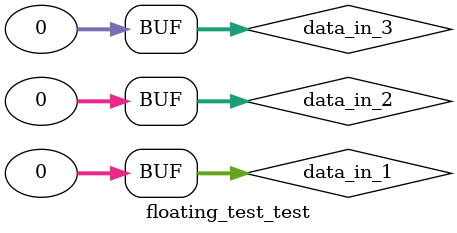
<source format=v>
`timescale 1ns / 1ps


module floating_test_test;

	// Inputs
	reg [31:0] data_in_1;
	reg [31:0] data_in_2;
	reg [31:0] data_in_3;

	// Outputs
	wire [31:0] data_out_1;
	wire [31:0] data_out_2;

	// Instantiate the Unit Under Test (UUT)
	floating_test uut (
		.data_in_1(data_in_1), 
		.data_in_2(data_in_2), 
		.data_in_3(data_in_3), 
		.data_out_1(data_out_1), 
		.data_out_2(data_out_2)
	);

	initial begin
		// Initialize Inputs
		data_in_1 = 0;
		data_in_2 = 0;
		data_in_3 = 0;

		// Wait 100 ns for global reset to finish
		#100;
        
		// Add stimulus here

	end
      
endmodule


</source>
